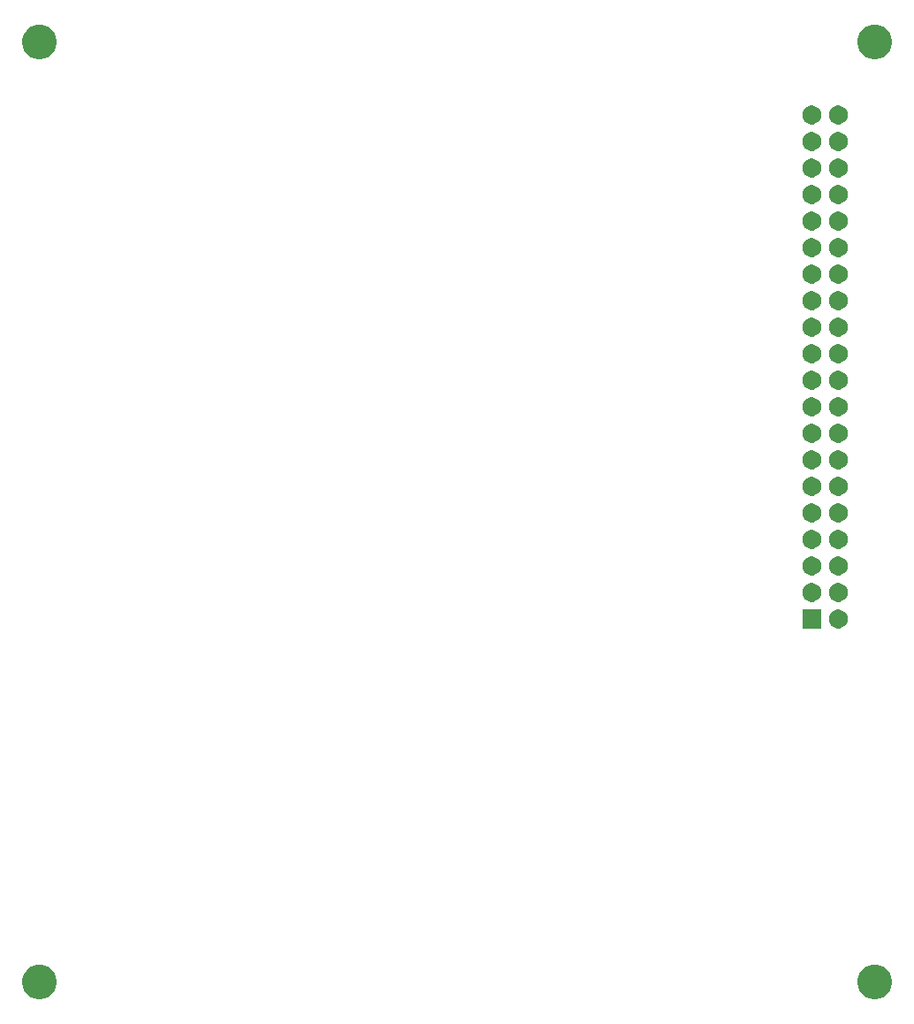
<source format=gbr>
G04 #@! TF.GenerationSoftware,KiCad,Pcbnew,(5.1.5-0-10_14)*
G04 #@! TF.CreationDate,2020-11-15T08:55:02+01:00*
G04 #@! TF.ProjectId,alu,616c752e-6b69-4636-9164-5f7063625858,2*
G04 #@! TF.SameCoordinates,Original*
G04 #@! TF.FileFunction,Soldermask,Bot*
G04 #@! TF.FilePolarity,Negative*
%FSLAX46Y46*%
G04 Gerber Fmt 4.6, Leading zero omitted, Abs format (unit mm)*
G04 Created by KiCad (PCBNEW (5.1.5-0-10_14)) date 2020-11-15 08:55:02*
%MOMM*%
%LPD*%
G04 APERTURE LIST*
%ADD10C,0.100000*%
G04 APERTURE END LIST*
D10*
G36*
X195375256Y-143391298D02*
G01*
X195481579Y-143412447D01*
X195782042Y-143536903D01*
X196052451Y-143717585D01*
X196282415Y-143947549D01*
X196463097Y-144217958D01*
X196587553Y-144518421D01*
X196651000Y-144837391D01*
X196651000Y-145162609D01*
X196587553Y-145481579D01*
X196463097Y-145782042D01*
X196282415Y-146052451D01*
X196052451Y-146282415D01*
X195782042Y-146463097D01*
X195481579Y-146587553D01*
X195375256Y-146608702D01*
X195162611Y-146651000D01*
X194837389Y-146651000D01*
X194624744Y-146608702D01*
X194518421Y-146587553D01*
X194217958Y-146463097D01*
X193947549Y-146282415D01*
X193717585Y-146052451D01*
X193536903Y-145782042D01*
X193412447Y-145481579D01*
X193349000Y-145162609D01*
X193349000Y-144837391D01*
X193412447Y-144518421D01*
X193536903Y-144217958D01*
X193717585Y-143947549D01*
X193947549Y-143717585D01*
X194217958Y-143536903D01*
X194518421Y-143412447D01*
X194624744Y-143391298D01*
X194837389Y-143349000D01*
X195162611Y-143349000D01*
X195375256Y-143391298D01*
G37*
G36*
X115375256Y-143391298D02*
G01*
X115481579Y-143412447D01*
X115782042Y-143536903D01*
X116052451Y-143717585D01*
X116282415Y-143947549D01*
X116463097Y-144217958D01*
X116587553Y-144518421D01*
X116651000Y-144837391D01*
X116651000Y-145162609D01*
X116587553Y-145481579D01*
X116463097Y-145782042D01*
X116282415Y-146052451D01*
X116052451Y-146282415D01*
X115782042Y-146463097D01*
X115481579Y-146587553D01*
X115375256Y-146608702D01*
X115162611Y-146651000D01*
X114837389Y-146651000D01*
X114624744Y-146608702D01*
X114518421Y-146587553D01*
X114217958Y-146463097D01*
X113947549Y-146282415D01*
X113717585Y-146052451D01*
X113536903Y-145782042D01*
X113412447Y-145481579D01*
X113349000Y-145162609D01*
X113349000Y-144837391D01*
X113412447Y-144518421D01*
X113536903Y-144217958D01*
X113717585Y-143947549D01*
X113947549Y-143717585D01*
X114217958Y-143536903D01*
X114518421Y-143412447D01*
X114624744Y-143391298D01*
X114837389Y-143349000D01*
X115162611Y-143349000D01*
X115375256Y-143391298D01*
G37*
G36*
X189861000Y-111161000D02*
G01*
X188059000Y-111161000D01*
X188059000Y-109359000D01*
X189861000Y-109359000D01*
X189861000Y-111161000D01*
G37*
G36*
X191613512Y-109363927D02*
G01*
X191762812Y-109393624D01*
X191926784Y-109461544D01*
X192074354Y-109560147D01*
X192199853Y-109685646D01*
X192298456Y-109833216D01*
X192366376Y-109997188D01*
X192401000Y-110171259D01*
X192401000Y-110348741D01*
X192366376Y-110522812D01*
X192298456Y-110686784D01*
X192199853Y-110834354D01*
X192074354Y-110959853D01*
X191926784Y-111058456D01*
X191762812Y-111126376D01*
X191613512Y-111156073D01*
X191588742Y-111161000D01*
X191411258Y-111161000D01*
X191386488Y-111156073D01*
X191237188Y-111126376D01*
X191073216Y-111058456D01*
X190925646Y-110959853D01*
X190800147Y-110834354D01*
X190701544Y-110686784D01*
X190633624Y-110522812D01*
X190599000Y-110348741D01*
X190599000Y-110171259D01*
X190633624Y-109997188D01*
X190701544Y-109833216D01*
X190800147Y-109685646D01*
X190925646Y-109560147D01*
X191073216Y-109461544D01*
X191237188Y-109393624D01*
X191386488Y-109363927D01*
X191411258Y-109359000D01*
X191588742Y-109359000D01*
X191613512Y-109363927D01*
G37*
G36*
X191613512Y-106823927D02*
G01*
X191762812Y-106853624D01*
X191926784Y-106921544D01*
X192074354Y-107020147D01*
X192199853Y-107145646D01*
X192298456Y-107293216D01*
X192366376Y-107457188D01*
X192401000Y-107631259D01*
X192401000Y-107808741D01*
X192366376Y-107982812D01*
X192298456Y-108146784D01*
X192199853Y-108294354D01*
X192074354Y-108419853D01*
X191926784Y-108518456D01*
X191762812Y-108586376D01*
X191613512Y-108616073D01*
X191588742Y-108621000D01*
X191411258Y-108621000D01*
X191386488Y-108616073D01*
X191237188Y-108586376D01*
X191073216Y-108518456D01*
X190925646Y-108419853D01*
X190800147Y-108294354D01*
X190701544Y-108146784D01*
X190633624Y-107982812D01*
X190599000Y-107808741D01*
X190599000Y-107631259D01*
X190633624Y-107457188D01*
X190701544Y-107293216D01*
X190800147Y-107145646D01*
X190925646Y-107020147D01*
X191073216Y-106921544D01*
X191237188Y-106853624D01*
X191386488Y-106823927D01*
X191411258Y-106819000D01*
X191588742Y-106819000D01*
X191613512Y-106823927D01*
G37*
G36*
X189073512Y-106823927D02*
G01*
X189222812Y-106853624D01*
X189386784Y-106921544D01*
X189534354Y-107020147D01*
X189659853Y-107145646D01*
X189758456Y-107293216D01*
X189826376Y-107457188D01*
X189861000Y-107631259D01*
X189861000Y-107808741D01*
X189826376Y-107982812D01*
X189758456Y-108146784D01*
X189659853Y-108294354D01*
X189534354Y-108419853D01*
X189386784Y-108518456D01*
X189222812Y-108586376D01*
X189073512Y-108616073D01*
X189048742Y-108621000D01*
X188871258Y-108621000D01*
X188846488Y-108616073D01*
X188697188Y-108586376D01*
X188533216Y-108518456D01*
X188385646Y-108419853D01*
X188260147Y-108294354D01*
X188161544Y-108146784D01*
X188093624Y-107982812D01*
X188059000Y-107808741D01*
X188059000Y-107631259D01*
X188093624Y-107457188D01*
X188161544Y-107293216D01*
X188260147Y-107145646D01*
X188385646Y-107020147D01*
X188533216Y-106921544D01*
X188697188Y-106853624D01*
X188846488Y-106823927D01*
X188871258Y-106819000D01*
X189048742Y-106819000D01*
X189073512Y-106823927D01*
G37*
G36*
X191613512Y-104283927D02*
G01*
X191762812Y-104313624D01*
X191926784Y-104381544D01*
X192074354Y-104480147D01*
X192199853Y-104605646D01*
X192298456Y-104753216D01*
X192366376Y-104917188D01*
X192401000Y-105091259D01*
X192401000Y-105268741D01*
X192366376Y-105442812D01*
X192298456Y-105606784D01*
X192199853Y-105754354D01*
X192074354Y-105879853D01*
X191926784Y-105978456D01*
X191762812Y-106046376D01*
X191613512Y-106076073D01*
X191588742Y-106081000D01*
X191411258Y-106081000D01*
X191386488Y-106076073D01*
X191237188Y-106046376D01*
X191073216Y-105978456D01*
X190925646Y-105879853D01*
X190800147Y-105754354D01*
X190701544Y-105606784D01*
X190633624Y-105442812D01*
X190599000Y-105268741D01*
X190599000Y-105091259D01*
X190633624Y-104917188D01*
X190701544Y-104753216D01*
X190800147Y-104605646D01*
X190925646Y-104480147D01*
X191073216Y-104381544D01*
X191237188Y-104313624D01*
X191386488Y-104283927D01*
X191411258Y-104279000D01*
X191588742Y-104279000D01*
X191613512Y-104283927D01*
G37*
G36*
X189073512Y-104283927D02*
G01*
X189222812Y-104313624D01*
X189386784Y-104381544D01*
X189534354Y-104480147D01*
X189659853Y-104605646D01*
X189758456Y-104753216D01*
X189826376Y-104917188D01*
X189861000Y-105091259D01*
X189861000Y-105268741D01*
X189826376Y-105442812D01*
X189758456Y-105606784D01*
X189659853Y-105754354D01*
X189534354Y-105879853D01*
X189386784Y-105978456D01*
X189222812Y-106046376D01*
X189073512Y-106076073D01*
X189048742Y-106081000D01*
X188871258Y-106081000D01*
X188846488Y-106076073D01*
X188697188Y-106046376D01*
X188533216Y-105978456D01*
X188385646Y-105879853D01*
X188260147Y-105754354D01*
X188161544Y-105606784D01*
X188093624Y-105442812D01*
X188059000Y-105268741D01*
X188059000Y-105091259D01*
X188093624Y-104917188D01*
X188161544Y-104753216D01*
X188260147Y-104605646D01*
X188385646Y-104480147D01*
X188533216Y-104381544D01*
X188697188Y-104313624D01*
X188846488Y-104283927D01*
X188871258Y-104279000D01*
X189048742Y-104279000D01*
X189073512Y-104283927D01*
G37*
G36*
X191613512Y-101743927D02*
G01*
X191762812Y-101773624D01*
X191926784Y-101841544D01*
X192074354Y-101940147D01*
X192199853Y-102065646D01*
X192298456Y-102213216D01*
X192366376Y-102377188D01*
X192401000Y-102551259D01*
X192401000Y-102728741D01*
X192366376Y-102902812D01*
X192298456Y-103066784D01*
X192199853Y-103214354D01*
X192074354Y-103339853D01*
X191926784Y-103438456D01*
X191762812Y-103506376D01*
X191613512Y-103536073D01*
X191588742Y-103541000D01*
X191411258Y-103541000D01*
X191386488Y-103536073D01*
X191237188Y-103506376D01*
X191073216Y-103438456D01*
X190925646Y-103339853D01*
X190800147Y-103214354D01*
X190701544Y-103066784D01*
X190633624Y-102902812D01*
X190599000Y-102728741D01*
X190599000Y-102551259D01*
X190633624Y-102377188D01*
X190701544Y-102213216D01*
X190800147Y-102065646D01*
X190925646Y-101940147D01*
X191073216Y-101841544D01*
X191237188Y-101773624D01*
X191386488Y-101743927D01*
X191411258Y-101739000D01*
X191588742Y-101739000D01*
X191613512Y-101743927D01*
G37*
G36*
X189073512Y-101743927D02*
G01*
X189222812Y-101773624D01*
X189386784Y-101841544D01*
X189534354Y-101940147D01*
X189659853Y-102065646D01*
X189758456Y-102213216D01*
X189826376Y-102377188D01*
X189861000Y-102551259D01*
X189861000Y-102728741D01*
X189826376Y-102902812D01*
X189758456Y-103066784D01*
X189659853Y-103214354D01*
X189534354Y-103339853D01*
X189386784Y-103438456D01*
X189222812Y-103506376D01*
X189073512Y-103536073D01*
X189048742Y-103541000D01*
X188871258Y-103541000D01*
X188846488Y-103536073D01*
X188697188Y-103506376D01*
X188533216Y-103438456D01*
X188385646Y-103339853D01*
X188260147Y-103214354D01*
X188161544Y-103066784D01*
X188093624Y-102902812D01*
X188059000Y-102728741D01*
X188059000Y-102551259D01*
X188093624Y-102377188D01*
X188161544Y-102213216D01*
X188260147Y-102065646D01*
X188385646Y-101940147D01*
X188533216Y-101841544D01*
X188697188Y-101773624D01*
X188846488Y-101743927D01*
X188871258Y-101739000D01*
X189048742Y-101739000D01*
X189073512Y-101743927D01*
G37*
G36*
X191613512Y-99203927D02*
G01*
X191762812Y-99233624D01*
X191926784Y-99301544D01*
X192074354Y-99400147D01*
X192199853Y-99525646D01*
X192298456Y-99673216D01*
X192366376Y-99837188D01*
X192401000Y-100011259D01*
X192401000Y-100188741D01*
X192366376Y-100362812D01*
X192298456Y-100526784D01*
X192199853Y-100674354D01*
X192074354Y-100799853D01*
X191926784Y-100898456D01*
X191762812Y-100966376D01*
X191613512Y-100996073D01*
X191588742Y-101001000D01*
X191411258Y-101001000D01*
X191386488Y-100996073D01*
X191237188Y-100966376D01*
X191073216Y-100898456D01*
X190925646Y-100799853D01*
X190800147Y-100674354D01*
X190701544Y-100526784D01*
X190633624Y-100362812D01*
X190599000Y-100188741D01*
X190599000Y-100011259D01*
X190633624Y-99837188D01*
X190701544Y-99673216D01*
X190800147Y-99525646D01*
X190925646Y-99400147D01*
X191073216Y-99301544D01*
X191237188Y-99233624D01*
X191386488Y-99203927D01*
X191411258Y-99199000D01*
X191588742Y-99199000D01*
X191613512Y-99203927D01*
G37*
G36*
X189073512Y-99203927D02*
G01*
X189222812Y-99233624D01*
X189386784Y-99301544D01*
X189534354Y-99400147D01*
X189659853Y-99525646D01*
X189758456Y-99673216D01*
X189826376Y-99837188D01*
X189861000Y-100011259D01*
X189861000Y-100188741D01*
X189826376Y-100362812D01*
X189758456Y-100526784D01*
X189659853Y-100674354D01*
X189534354Y-100799853D01*
X189386784Y-100898456D01*
X189222812Y-100966376D01*
X189073512Y-100996073D01*
X189048742Y-101001000D01*
X188871258Y-101001000D01*
X188846488Y-100996073D01*
X188697188Y-100966376D01*
X188533216Y-100898456D01*
X188385646Y-100799853D01*
X188260147Y-100674354D01*
X188161544Y-100526784D01*
X188093624Y-100362812D01*
X188059000Y-100188741D01*
X188059000Y-100011259D01*
X188093624Y-99837188D01*
X188161544Y-99673216D01*
X188260147Y-99525646D01*
X188385646Y-99400147D01*
X188533216Y-99301544D01*
X188697188Y-99233624D01*
X188846488Y-99203927D01*
X188871258Y-99199000D01*
X189048742Y-99199000D01*
X189073512Y-99203927D01*
G37*
G36*
X191613512Y-96663927D02*
G01*
X191762812Y-96693624D01*
X191926784Y-96761544D01*
X192074354Y-96860147D01*
X192199853Y-96985646D01*
X192298456Y-97133216D01*
X192366376Y-97297188D01*
X192401000Y-97471259D01*
X192401000Y-97648741D01*
X192366376Y-97822812D01*
X192298456Y-97986784D01*
X192199853Y-98134354D01*
X192074354Y-98259853D01*
X191926784Y-98358456D01*
X191762812Y-98426376D01*
X191613512Y-98456073D01*
X191588742Y-98461000D01*
X191411258Y-98461000D01*
X191386488Y-98456073D01*
X191237188Y-98426376D01*
X191073216Y-98358456D01*
X190925646Y-98259853D01*
X190800147Y-98134354D01*
X190701544Y-97986784D01*
X190633624Y-97822812D01*
X190599000Y-97648741D01*
X190599000Y-97471259D01*
X190633624Y-97297188D01*
X190701544Y-97133216D01*
X190800147Y-96985646D01*
X190925646Y-96860147D01*
X191073216Y-96761544D01*
X191237188Y-96693624D01*
X191386488Y-96663927D01*
X191411258Y-96659000D01*
X191588742Y-96659000D01*
X191613512Y-96663927D01*
G37*
G36*
X189073512Y-96663927D02*
G01*
X189222812Y-96693624D01*
X189386784Y-96761544D01*
X189534354Y-96860147D01*
X189659853Y-96985646D01*
X189758456Y-97133216D01*
X189826376Y-97297188D01*
X189861000Y-97471259D01*
X189861000Y-97648741D01*
X189826376Y-97822812D01*
X189758456Y-97986784D01*
X189659853Y-98134354D01*
X189534354Y-98259853D01*
X189386784Y-98358456D01*
X189222812Y-98426376D01*
X189073512Y-98456073D01*
X189048742Y-98461000D01*
X188871258Y-98461000D01*
X188846488Y-98456073D01*
X188697188Y-98426376D01*
X188533216Y-98358456D01*
X188385646Y-98259853D01*
X188260147Y-98134354D01*
X188161544Y-97986784D01*
X188093624Y-97822812D01*
X188059000Y-97648741D01*
X188059000Y-97471259D01*
X188093624Y-97297188D01*
X188161544Y-97133216D01*
X188260147Y-96985646D01*
X188385646Y-96860147D01*
X188533216Y-96761544D01*
X188697188Y-96693624D01*
X188846488Y-96663927D01*
X188871258Y-96659000D01*
X189048742Y-96659000D01*
X189073512Y-96663927D01*
G37*
G36*
X191613512Y-94123927D02*
G01*
X191762812Y-94153624D01*
X191926784Y-94221544D01*
X192074354Y-94320147D01*
X192199853Y-94445646D01*
X192298456Y-94593216D01*
X192366376Y-94757188D01*
X192401000Y-94931259D01*
X192401000Y-95108741D01*
X192366376Y-95282812D01*
X192298456Y-95446784D01*
X192199853Y-95594354D01*
X192074354Y-95719853D01*
X191926784Y-95818456D01*
X191762812Y-95886376D01*
X191613512Y-95916073D01*
X191588742Y-95921000D01*
X191411258Y-95921000D01*
X191386488Y-95916073D01*
X191237188Y-95886376D01*
X191073216Y-95818456D01*
X190925646Y-95719853D01*
X190800147Y-95594354D01*
X190701544Y-95446784D01*
X190633624Y-95282812D01*
X190599000Y-95108741D01*
X190599000Y-94931259D01*
X190633624Y-94757188D01*
X190701544Y-94593216D01*
X190800147Y-94445646D01*
X190925646Y-94320147D01*
X191073216Y-94221544D01*
X191237188Y-94153624D01*
X191386488Y-94123927D01*
X191411258Y-94119000D01*
X191588742Y-94119000D01*
X191613512Y-94123927D01*
G37*
G36*
X189073512Y-94123927D02*
G01*
X189222812Y-94153624D01*
X189386784Y-94221544D01*
X189534354Y-94320147D01*
X189659853Y-94445646D01*
X189758456Y-94593216D01*
X189826376Y-94757188D01*
X189861000Y-94931259D01*
X189861000Y-95108741D01*
X189826376Y-95282812D01*
X189758456Y-95446784D01*
X189659853Y-95594354D01*
X189534354Y-95719853D01*
X189386784Y-95818456D01*
X189222812Y-95886376D01*
X189073512Y-95916073D01*
X189048742Y-95921000D01*
X188871258Y-95921000D01*
X188846488Y-95916073D01*
X188697188Y-95886376D01*
X188533216Y-95818456D01*
X188385646Y-95719853D01*
X188260147Y-95594354D01*
X188161544Y-95446784D01*
X188093624Y-95282812D01*
X188059000Y-95108741D01*
X188059000Y-94931259D01*
X188093624Y-94757188D01*
X188161544Y-94593216D01*
X188260147Y-94445646D01*
X188385646Y-94320147D01*
X188533216Y-94221544D01*
X188697188Y-94153624D01*
X188846488Y-94123927D01*
X188871258Y-94119000D01*
X189048742Y-94119000D01*
X189073512Y-94123927D01*
G37*
G36*
X191613512Y-91583927D02*
G01*
X191762812Y-91613624D01*
X191926784Y-91681544D01*
X192074354Y-91780147D01*
X192199853Y-91905646D01*
X192298456Y-92053216D01*
X192366376Y-92217188D01*
X192401000Y-92391259D01*
X192401000Y-92568741D01*
X192366376Y-92742812D01*
X192298456Y-92906784D01*
X192199853Y-93054354D01*
X192074354Y-93179853D01*
X191926784Y-93278456D01*
X191762812Y-93346376D01*
X191613512Y-93376073D01*
X191588742Y-93381000D01*
X191411258Y-93381000D01*
X191386488Y-93376073D01*
X191237188Y-93346376D01*
X191073216Y-93278456D01*
X190925646Y-93179853D01*
X190800147Y-93054354D01*
X190701544Y-92906784D01*
X190633624Y-92742812D01*
X190599000Y-92568741D01*
X190599000Y-92391259D01*
X190633624Y-92217188D01*
X190701544Y-92053216D01*
X190800147Y-91905646D01*
X190925646Y-91780147D01*
X191073216Y-91681544D01*
X191237188Y-91613624D01*
X191386488Y-91583927D01*
X191411258Y-91579000D01*
X191588742Y-91579000D01*
X191613512Y-91583927D01*
G37*
G36*
X189073512Y-91583927D02*
G01*
X189222812Y-91613624D01*
X189386784Y-91681544D01*
X189534354Y-91780147D01*
X189659853Y-91905646D01*
X189758456Y-92053216D01*
X189826376Y-92217188D01*
X189861000Y-92391259D01*
X189861000Y-92568741D01*
X189826376Y-92742812D01*
X189758456Y-92906784D01*
X189659853Y-93054354D01*
X189534354Y-93179853D01*
X189386784Y-93278456D01*
X189222812Y-93346376D01*
X189073512Y-93376073D01*
X189048742Y-93381000D01*
X188871258Y-93381000D01*
X188846488Y-93376073D01*
X188697188Y-93346376D01*
X188533216Y-93278456D01*
X188385646Y-93179853D01*
X188260147Y-93054354D01*
X188161544Y-92906784D01*
X188093624Y-92742812D01*
X188059000Y-92568741D01*
X188059000Y-92391259D01*
X188093624Y-92217188D01*
X188161544Y-92053216D01*
X188260147Y-91905646D01*
X188385646Y-91780147D01*
X188533216Y-91681544D01*
X188697188Y-91613624D01*
X188846488Y-91583927D01*
X188871258Y-91579000D01*
X189048742Y-91579000D01*
X189073512Y-91583927D01*
G37*
G36*
X191613512Y-89043927D02*
G01*
X191762812Y-89073624D01*
X191926784Y-89141544D01*
X192074354Y-89240147D01*
X192199853Y-89365646D01*
X192298456Y-89513216D01*
X192366376Y-89677188D01*
X192401000Y-89851259D01*
X192401000Y-90028741D01*
X192366376Y-90202812D01*
X192298456Y-90366784D01*
X192199853Y-90514354D01*
X192074354Y-90639853D01*
X191926784Y-90738456D01*
X191762812Y-90806376D01*
X191613512Y-90836073D01*
X191588742Y-90841000D01*
X191411258Y-90841000D01*
X191386488Y-90836073D01*
X191237188Y-90806376D01*
X191073216Y-90738456D01*
X190925646Y-90639853D01*
X190800147Y-90514354D01*
X190701544Y-90366784D01*
X190633624Y-90202812D01*
X190599000Y-90028741D01*
X190599000Y-89851259D01*
X190633624Y-89677188D01*
X190701544Y-89513216D01*
X190800147Y-89365646D01*
X190925646Y-89240147D01*
X191073216Y-89141544D01*
X191237188Y-89073624D01*
X191386488Y-89043927D01*
X191411258Y-89039000D01*
X191588742Y-89039000D01*
X191613512Y-89043927D01*
G37*
G36*
X189073512Y-89043927D02*
G01*
X189222812Y-89073624D01*
X189386784Y-89141544D01*
X189534354Y-89240147D01*
X189659853Y-89365646D01*
X189758456Y-89513216D01*
X189826376Y-89677188D01*
X189861000Y-89851259D01*
X189861000Y-90028741D01*
X189826376Y-90202812D01*
X189758456Y-90366784D01*
X189659853Y-90514354D01*
X189534354Y-90639853D01*
X189386784Y-90738456D01*
X189222812Y-90806376D01*
X189073512Y-90836073D01*
X189048742Y-90841000D01*
X188871258Y-90841000D01*
X188846488Y-90836073D01*
X188697188Y-90806376D01*
X188533216Y-90738456D01*
X188385646Y-90639853D01*
X188260147Y-90514354D01*
X188161544Y-90366784D01*
X188093624Y-90202812D01*
X188059000Y-90028741D01*
X188059000Y-89851259D01*
X188093624Y-89677188D01*
X188161544Y-89513216D01*
X188260147Y-89365646D01*
X188385646Y-89240147D01*
X188533216Y-89141544D01*
X188697188Y-89073624D01*
X188846488Y-89043927D01*
X188871258Y-89039000D01*
X189048742Y-89039000D01*
X189073512Y-89043927D01*
G37*
G36*
X191613512Y-86503927D02*
G01*
X191762812Y-86533624D01*
X191926784Y-86601544D01*
X192074354Y-86700147D01*
X192199853Y-86825646D01*
X192298456Y-86973216D01*
X192366376Y-87137188D01*
X192401000Y-87311259D01*
X192401000Y-87488741D01*
X192366376Y-87662812D01*
X192298456Y-87826784D01*
X192199853Y-87974354D01*
X192074354Y-88099853D01*
X191926784Y-88198456D01*
X191762812Y-88266376D01*
X191613512Y-88296073D01*
X191588742Y-88301000D01*
X191411258Y-88301000D01*
X191386488Y-88296073D01*
X191237188Y-88266376D01*
X191073216Y-88198456D01*
X190925646Y-88099853D01*
X190800147Y-87974354D01*
X190701544Y-87826784D01*
X190633624Y-87662812D01*
X190599000Y-87488741D01*
X190599000Y-87311259D01*
X190633624Y-87137188D01*
X190701544Y-86973216D01*
X190800147Y-86825646D01*
X190925646Y-86700147D01*
X191073216Y-86601544D01*
X191237188Y-86533624D01*
X191386488Y-86503927D01*
X191411258Y-86499000D01*
X191588742Y-86499000D01*
X191613512Y-86503927D01*
G37*
G36*
X189073512Y-86503927D02*
G01*
X189222812Y-86533624D01*
X189386784Y-86601544D01*
X189534354Y-86700147D01*
X189659853Y-86825646D01*
X189758456Y-86973216D01*
X189826376Y-87137188D01*
X189861000Y-87311259D01*
X189861000Y-87488741D01*
X189826376Y-87662812D01*
X189758456Y-87826784D01*
X189659853Y-87974354D01*
X189534354Y-88099853D01*
X189386784Y-88198456D01*
X189222812Y-88266376D01*
X189073512Y-88296073D01*
X189048742Y-88301000D01*
X188871258Y-88301000D01*
X188846488Y-88296073D01*
X188697188Y-88266376D01*
X188533216Y-88198456D01*
X188385646Y-88099853D01*
X188260147Y-87974354D01*
X188161544Y-87826784D01*
X188093624Y-87662812D01*
X188059000Y-87488741D01*
X188059000Y-87311259D01*
X188093624Y-87137188D01*
X188161544Y-86973216D01*
X188260147Y-86825646D01*
X188385646Y-86700147D01*
X188533216Y-86601544D01*
X188697188Y-86533624D01*
X188846488Y-86503927D01*
X188871258Y-86499000D01*
X189048742Y-86499000D01*
X189073512Y-86503927D01*
G37*
G36*
X191613512Y-83963927D02*
G01*
X191762812Y-83993624D01*
X191926784Y-84061544D01*
X192074354Y-84160147D01*
X192199853Y-84285646D01*
X192298456Y-84433216D01*
X192366376Y-84597188D01*
X192401000Y-84771259D01*
X192401000Y-84948741D01*
X192366376Y-85122812D01*
X192298456Y-85286784D01*
X192199853Y-85434354D01*
X192074354Y-85559853D01*
X191926784Y-85658456D01*
X191762812Y-85726376D01*
X191613512Y-85756073D01*
X191588742Y-85761000D01*
X191411258Y-85761000D01*
X191386488Y-85756073D01*
X191237188Y-85726376D01*
X191073216Y-85658456D01*
X190925646Y-85559853D01*
X190800147Y-85434354D01*
X190701544Y-85286784D01*
X190633624Y-85122812D01*
X190599000Y-84948741D01*
X190599000Y-84771259D01*
X190633624Y-84597188D01*
X190701544Y-84433216D01*
X190800147Y-84285646D01*
X190925646Y-84160147D01*
X191073216Y-84061544D01*
X191237188Y-83993624D01*
X191386488Y-83963927D01*
X191411258Y-83959000D01*
X191588742Y-83959000D01*
X191613512Y-83963927D01*
G37*
G36*
X189073512Y-83963927D02*
G01*
X189222812Y-83993624D01*
X189386784Y-84061544D01*
X189534354Y-84160147D01*
X189659853Y-84285646D01*
X189758456Y-84433216D01*
X189826376Y-84597188D01*
X189861000Y-84771259D01*
X189861000Y-84948741D01*
X189826376Y-85122812D01*
X189758456Y-85286784D01*
X189659853Y-85434354D01*
X189534354Y-85559853D01*
X189386784Y-85658456D01*
X189222812Y-85726376D01*
X189073512Y-85756073D01*
X189048742Y-85761000D01*
X188871258Y-85761000D01*
X188846488Y-85756073D01*
X188697188Y-85726376D01*
X188533216Y-85658456D01*
X188385646Y-85559853D01*
X188260147Y-85434354D01*
X188161544Y-85286784D01*
X188093624Y-85122812D01*
X188059000Y-84948741D01*
X188059000Y-84771259D01*
X188093624Y-84597188D01*
X188161544Y-84433216D01*
X188260147Y-84285646D01*
X188385646Y-84160147D01*
X188533216Y-84061544D01*
X188697188Y-83993624D01*
X188846488Y-83963927D01*
X188871258Y-83959000D01*
X189048742Y-83959000D01*
X189073512Y-83963927D01*
G37*
G36*
X191613512Y-81423927D02*
G01*
X191762812Y-81453624D01*
X191926784Y-81521544D01*
X192074354Y-81620147D01*
X192199853Y-81745646D01*
X192298456Y-81893216D01*
X192366376Y-82057188D01*
X192401000Y-82231259D01*
X192401000Y-82408741D01*
X192366376Y-82582812D01*
X192298456Y-82746784D01*
X192199853Y-82894354D01*
X192074354Y-83019853D01*
X191926784Y-83118456D01*
X191762812Y-83186376D01*
X191613512Y-83216073D01*
X191588742Y-83221000D01*
X191411258Y-83221000D01*
X191386488Y-83216073D01*
X191237188Y-83186376D01*
X191073216Y-83118456D01*
X190925646Y-83019853D01*
X190800147Y-82894354D01*
X190701544Y-82746784D01*
X190633624Y-82582812D01*
X190599000Y-82408741D01*
X190599000Y-82231259D01*
X190633624Y-82057188D01*
X190701544Y-81893216D01*
X190800147Y-81745646D01*
X190925646Y-81620147D01*
X191073216Y-81521544D01*
X191237188Y-81453624D01*
X191386488Y-81423927D01*
X191411258Y-81419000D01*
X191588742Y-81419000D01*
X191613512Y-81423927D01*
G37*
G36*
X189073512Y-81423927D02*
G01*
X189222812Y-81453624D01*
X189386784Y-81521544D01*
X189534354Y-81620147D01*
X189659853Y-81745646D01*
X189758456Y-81893216D01*
X189826376Y-82057188D01*
X189861000Y-82231259D01*
X189861000Y-82408741D01*
X189826376Y-82582812D01*
X189758456Y-82746784D01*
X189659853Y-82894354D01*
X189534354Y-83019853D01*
X189386784Y-83118456D01*
X189222812Y-83186376D01*
X189073512Y-83216073D01*
X189048742Y-83221000D01*
X188871258Y-83221000D01*
X188846488Y-83216073D01*
X188697188Y-83186376D01*
X188533216Y-83118456D01*
X188385646Y-83019853D01*
X188260147Y-82894354D01*
X188161544Y-82746784D01*
X188093624Y-82582812D01*
X188059000Y-82408741D01*
X188059000Y-82231259D01*
X188093624Y-82057188D01*
X188161544Y-81893216D01*
X188260147Y-81745646D01*
X188385646Y-81620147D01*
X188533216Y-81521544D01*
X188697188Y-81453624D01*
X188846488Y-81423927D01*
X188871258Y-81419000D01*
X189048742Y-81419000D01*
X189073512Y-81423927D01*
G37*
G36*
X191613512Y-78883927D02*
G01*
X191762812Y-78913624D01*
X191926784Y-78981544D01*
X192074354Y-79080147D01*
X192199853Y-79205646D01*
X192298456Y-79353216D01*
X192366376Y-79517188D01*
X192401000Y-79691259D01*
X192401000Y-79868741D01*
X192366376Y-80042812D01*
X192298456Y-80206784D01*
X192199853Y-80354354D01*
X192074354Y-80479853D01*
X191926784Y-80578456D01*
X191762812Y-80646376D01*
X191613512Y-80676073D01*
X191588742Y-80681000D01*
X191411258Y-80681000D01*
X191386488Y-80676073D01*
X191237188Y-80646376D01*
X191073216Y-80578456D01*
X190925646Y-80479853D01*
X190800147Y-80354354D01*
X190701544Y-80206784D01*
X190633624Y-80042812D01*
X190599000Y-79868741D01*
X190599000Y-79691259D01*
X190633624Y-79517188D01*
X190701544Y-79353216D01*
X190800147Y-79205646D01*
X190925646Y-79080147D01*
X191073216Y-78981544D01*
X191237188Y-78913624D01*
X191386488Y-78883927D01*
X191411258Y-78879000D01*
X191588742Y-78879000D01*
X191613512Y-78883927D01*
G37*
G36*
X189073512Y-78883927D02*
G01*
X189222812Y-78913624D01*
X189386784Y-78981544D01*
X189534354Y-79080147D01*
X189659853Y-79205646D01*
X189758456Y-79353216D01*
X189826376Y-79517188D01*
X189861000Y-79691259D01*
X189861000Y-79868741D01*
X189826376Y-80042812D01*
X189758456Y-80206784D01*
X189659853Y-80354354D01*
X189534354Y-80479853D01*
X189386784Y-80578456D01*
X189222812Y-80646376D01*
X189073512Y-80676073D01*
X189048742Y-80681000D01*
X188871258Y-80681000D01*
X188846488Y-80676073D01*
X188697188Y-80646376D01*
X188533216Y-80578456D01*
X188385646Y-80479853D01*
X188260147Y-80354354D01*
X188161544Y-80206784D01*
X188093624Y-80042812D01*
X188059000Y-79868741D01*
X188059000Y-79691259D01*
X188093624Y-79517188D01*
X188161544Y-79353216D01*
X188260147Y-79205646D01*
X188385646Y-79080147D01*
X188533216Y-78981544D01*
X188697188Y-78913624D01*
X188846488Y-78883927D01*
X188871258Y-78879000D01*
X189048742Y-78879000D01*
X189073512Y-78883927D01*
G37*
G36*
X189073512Y-76343927D02*
G01*
X189222812Y-76373624D01*
X189386784Y-76441544D01*
X189534354Y-76540147D01*
X189659853Y-76665646D01*
X189758456Y-76813216D01*
X189826376Y-76977188D01*
X189861000Y-77151259D01*
X189861000Y-77328741D01*
X189826376Y-77502812D01*
X189758456Y-77666784D01*
X189659853Y-77814354D01*
X189534354Y-77939853D01*
X189386784Y-78038456D01*
X189222812Y-78106376D01*
X189073512Y-78136073D01*
X189048742Y-78141000D01*
X188871258Y-78141000D01*
X188846488Y-78136073D01*
X188697188Y-78106376D01*
X188533216Y-78038456D01*
X188385646Y-77939853D01*
X188260147Y-77814354D01*
X188161544Y-77666784D01*
X188093624Y-77502812D01*
X188059000Y-77328741D01*
X188059000Y-77151259D01*
X188093624Y-76977188D01*
X188161544Y-76813216D01*
X188260147Y-76665646D01*
X188385646Y-76540147D01*
X188533216Y-76441544D01*
X188697188Y-76373624D01*
X188846488Y-76343927D01*
X188871258Y-76339000D01*
X189048742Y-76339000D01*
X189073512Y-76343927D01*
G37*
G36*
X191613512Y-76343927D02*
G01*
X191762812Y-76373624D01*
X191926784Y-76441544D01*
X192074354Y-76540147D01*
X192199853Y-76665646D01*
X192298456Y-76813216D01*
X192366376Y-76977188D01*
X192401000Y-77151259D01*
X192401000Y-77328741D01*
X192366376Y-77502812D01*
X192298456Y-77666784D01*
X192199853Y-77814354D01*
X192074354Y-77939853D01*
X191926784Y-78038456D01*
X191762812Y-78106376D01*
X191613512Y-78136073D01*
X191588742Y-78141000D01*
X191411258Y-78141000D01*
X191386488Y-78136073D01*
X191237188Y-78106376D01*
X191073216Y-78038456D01*
X190925646Y-77939853D01*
X190800147Y-77814354D01*
X190701544Y-77666784D01*
X190633624Y-77502812D01*
X190599000Y-77328741D01*
X190599000Y-77151259D01*
X190633624Y-76977188D01*
X190701544Y-76813216D01*
X190800147Y-76665646D01*
X190925646Y-76540147D01*
X191073216Y-76441544D01*
X191237188Y-76373624D01*
X191386488Y-76343927D01*
X191411258Y-76339000D01*
X191588742Y-76339000D01*
X191613512Y-76343927D01*
G37*
G36*
X189073512Y-73803927D02*
G01*
X189222812Y-73833624D01*
X189386784Y-73901544D01*
X189534354Y-74000147D01*
X189659853Y-74125646D01*
X189758456Y-74273216D01*
X189826376Y-74437188D01*
X189861000Y-74611259D01*
X189861000Y-74788741D01*
X189826376Y-74962812D01*
X189758456Y-75126784D01*
X189659853Y-75274354D01*
X189534354Y-75399853D01*
X189386784Y-75498456D01*
X189222812Y-75566376D01*
X189073512Y-75596073D01*
X189048742Y-75601000D01*
X188871258Y-75601000D01*
X188846488Y-75596073D01*
X188697188Y-75566376D01*
X188533216Y-75498456D01*
X188385646Y-75399853D01*
X188260147Y-75274354D01*
X188161544Y-75126784D01*
X188093624Y-74962812D01*
X188059000Y-74788741D01*
X188059000Y-74611259D01*
X188093624Y-74437188D01*
X188161544Y-74273216D01*
X188260147Y-74125646D01*
X188385646Y-74000147D01*
X188533216Y-73901544D01*
X188697188Y-73833624D01*
X188846488Y-73803927D01*
X188871258Y-73799000D01*
X189048742Y-73799000D01*
X189073512Y-73803927D01*
G37*
G36*
X191613512Y-73803927D02*
G01*
X191762812Y-73833624D01*
X191926784Y-73901544D01*
X192074354Y-74000147D01*
X192199853Y-74125646D01*
X192298456Y-74273216D01*
X192366376Y-74437188D01*
X192401000Y-74611259D01*
X192401000Y-74788741D01*
X192366376Y-74962812D01*
X192298456Y-75126784D01*
X192199853Y-75274354D01*
X192074354Y-75399853D01*
X191926784Y-75498456D01*
X191762812Y-75566376D01*
X191613512Y-75596073D01*
X191588742Y-75601000D01*
X191411258Y-75601000D01*
X191386488Y-75596073D01*
X191237188Y-75566376D01*
X191073216Y-75498456D01*
X190925646Y-75399853D01*
X190800147Y-75274354D01*
X190701544Y-75126784D01*
X190633624Y-74962812D01*
X190599000Y-74788741D01*
X190599000Y-74611259D01*
X190633624Y-74437188D01*
X190701544Y-74273216D01*
X190800147Y-74125646D01*
X190925646Y-74000147D01*
X191073216Y-73901544D01*
X191237188Y-73833624D01*
X191386488Y-73803927D01*
X191411258Y-73799000D01*
X191588742Y-73799000D01*
X191613512Y-73803927D01*
G37*
G36*
X191613512Y-71263927D02*
G01*
X191762812Y-71293624D01*
X191926784Y-71361544D01*
X192074354Y-71460147D01*
X192199853Y-71585646D01*
X192298456Y-71733216D01*
X192366376Y-71897188D01*
X192401000Y-72071259D01*
X192401000Y-72248741D01*
X192366376Y-72422812D01*
X192298456Y-72586784D01*
X192199853Y-72734354D01*
X192074354Y-72859853D01*
X191926784Y-72958456D01*
X191762812Y-73026376D01*
X191613512Y-73056073D01*
X191588742Y-73061000D01*
X191411258Y-73061000D01*
X191386488Y-73056073D01*
X191237188Y-73026376D01*
X191073216Y-72958456D01*
X190925646Y-72859853D01*
X190800147Y-72734354D01*
X190701544Y-72586784D01*
X190633624Y-72422812D01*
X190599000Y-72248741D01*
X190599000Y-72071259D01*
X190633624Y-71897188D01*
X190701544Y-71733216D01*
X190800147Y-71585646D01*
X190925646Y-71460147D01*
X191073216Y-71361544D01*
X191237188Y-71293624D01*
X191386488Y-71263927D01*
X191411258Y-71259000D01*
X191588742Y-71259000D01*
X191613512Y-71263927D01*
G37*
G36*
X189073512Y-71263927D02*
G01*
X189222812Y-71293624D01*
X189386784Y-71361544D01*
X189534354Y-71460147D01*
X189659853Y-71585646D01*
X189758456Y-71733216D01*
X189826376Y-71897188D01*
X189861000Y-72071259D01*
X189861000Y-72248741D01*
X189826376Y-72422812D01*
X189758456Y-72586784D01*
X189659853Y-72734354D01*
X189534354Y-72859853D01*
X189386784Y-72958456D01*
X189222812Y-73026376D01*
X189073512Y-73056073D01*
X189048742Y-73061000D01*
X188871258Y-73061000D01*
X188846488Y-73056073D01*
X188697188Y-73026376D01*
X188533216Y-72958456D01*
X188385646Y-72859853D01*
X188260147Y-72734354D01*
X188161544Y-72586784D01*
X188093624Y-72422812D01*
X188059000Y-72248741D01*
X188059000Y-72071259D01*
X188093624Y-71897188D01*
X188161544Y-71733216D01*
X188260147Y-71585646D01*
X188385646Y-71460147D01*
X188533216Y-71361544D01*
X188697188Y-71293624D01*
X188846488Y-71263927D01*
X188871258Y-71259000D01*
X189048742Y-71259000D01*
X189073512Y-71263927D01*
G37*
G36*
X191613512Y-68723927D02*
G01*
X191762812Y-68753624D01*
X191926784Y-68821544D01*
X192074354Y-68920147D01*
X192199853Y-69045646D01*
X192298456Y-69193216D01*
X192366376Y-69357188D01*
X192401000Y-69531259D01*
X192401000Y-69708741D01*
X192366376Y-69882812D01*
X192298456Y-70046784D01*
X192199853Y-70194354D01*
X192074354Y-70319853D01*
X191926784Y-70418456D01*
X191762812Y-70486376D01*
X191613512Y-70516073D01*
X191588742Y-70521000D01*
X191411258Y-70521000D01*
X191386488Y-70516073D01*
X191237188Y-70486376D01*
X191073216Y-70418456D01*
X190925646Y-70319853D01*
X190800147Y-70194354D01*
X190701544Y-70046784D01*
X190633624Y-69882812D01*
X190599000Y-69708741D01*
X190599000Y-69531259D01*
X190633624Y-69357188D01*
X190701544Y-69193216D01*
X190800147Y-69045646D01*
X190925646Y-68920147D01*
X191073216Y-68821544D01*
X191237188Y-68753624D01*
X191386488Y-68723927D01*
X191411258Y-68719000D01*
X191588742Y-68719000D01*
X191613512Y-68723927D01*
G37*
G36*
X189073512Y-68723927D02*
G01*
X189222812Y-68753624D01*
X189386784Y-68821544D01*
X189534354Y-68920147D01*
X189659853Y-69045646D01*
X189758456Y-69193216D01*
X189826376Y-69357188D01*
X189861000Y-69531259D01*
X189861000Y-69708741D01*
X189826376Y-69882812D01*
X189758456Y-70046784D01*
X189659853Y-70194354D01*
X189534354Y-70319853D01*
X189386784Y-70418456D01*
X189222812Y-70486376D01*
X189073512Y-70516073D01*
X189048742Y-70521000D01*
X188871258Y-70521000D01*
X188846488Y-70516073D01*
X188697188Y-70486376D01*
X188533216Y-70418456D01*
X188385646Y-70319853D01*
X188260147Y-70194354D01*
X188161544Y-70046784D01*
X188093624Y-69882812D01*
X188059000Y-69708741D01*
X188059000Y-69531259D01*
X188093624Y-69357188D01*
X188161544Y-69193216D01*
X188260147Y-69045646D01*
X188385646Y-68920147D01*
X188533216Y-68821544D01*
X188697188Y-68753624D01*
X188846488Y-68723927D01*
X188871258Y-68719000D01*
X189048742Y-68719000D01*
X189073512Y-68723927D01*
G37*
G36*
X189073512Y-66183927D02*
G01*
X189222812Y-66213624D01*
X189386784Y-66281544D01*
X189534354Y-66380147D01*
X189659853Y-66505646D01*
X189758456Y-66653216D01*
X189826376Y-66817188D01*
X189861000Y-66991259D01*
X189861000Y-67168741D01*
X189826376Y-67342812D01*
X189758456Y-67506784D01*
X189659853Y-67654354D01*
X189534354Y-67779853D01*
X189386784Y-67878456D01*
X189222812Y-67946376D01*
X189073512Y-67976073D01*
X189048742Y-67981000D01*
X188871258Y-67981000D01*
X188846488Y-67976073D01*
X188697188Y-67946376D01*
X188533216Y-67878456D01*
X188385646Y-67779853D01*
X188260147Y-67654354D01*
X188161544Y-67506784D01*
X188093624Y-67342812D01*
X188059000Y-67168741D01*
X188059000Y-66991259D01*
X188093624Y-66817188D01*
X188161544Y-66653216D01*
X188260147Y-66505646D01*
X188385646Y-66380147D01*
X188533216Y-66281544D01*
X188697188Y-66213624D01*
X188846488Y-66183927D01*
X188871258Y-66179000D01*
X189048742Y-66179000D01*
X189073512Y-66183927D01*
G37*
G36*
X191613512Y-66183927D02*
G01*
X191762812Y-66213624D01*
X191926784Y-66281544D01*
X192074354Y-66380147D01*
X192199853Y-66505646D01*
X192298456Y-66653216D01*
X192366376Y-66817188D01*
X192401000Y-66991259D01*
X192401000Y-67168741D01*
X192366376Y-67342812D01*
X192298456Y-67506784D01*
X192199853Y-67654354D01*
X192074354Y-67779853D01*
X191926784Y-67878456D01*
X191762812Y-67946376D01*
X191613512Y-67976073D01*
X191588742Y-67981000D01*
X191411258Y-67981000D01*
X191386488Y-67976073D01*
X191237188Y-67946376D01*
X191073216Y-67878456D01*
X190925646Y-67779853D01*
X190800147Y-67654354D01*
X190701544Y-67506784D01*
X190633624Y-67342812D01*
X190599000Y-67168741D01*
X190599000Y-66991259D01*
X190633624Y-66817188D01*
X190701544Y-66653216D01*
X190800147Y-66505646D01*
X190925646Y-66380147D01*
X191073216Y-66281544D01*
X191237188Y-66213624D01*
X191386488Y-66183927D01*
X191411258Y-66179000D01*
X191588742Y-66179000D01*
X191613512Y-66183927D01*
G37*
G36*
X189073512Y-63643927D02*
G01*
X189222812Y-63673624D01*
X189386784Y-63741544D01*
X189534354Y-63840147D01*
X189659853Y-63965646D01*
X189758456Y-64113216D01*
X189826376Y-64277188D01*
X189861000Y-64451259D01*
X189861000Y-64628741D01*
X189826376Y-64802812D01*
X189758456Y-64966784D01*
X189659853Y-65114354D01*
X189534354Y-65239853D01*
X189386784Y-65338456D01*
X189222812Y-65406376D01*
X189073512Y-65436073D01*
X189048742Y-65441000D01*
X188871258Y-65441000D01*
X188846488Y-65436073D01*
X188697188Y-65406376D01*
X188533216Y-65338456D01*
X188385646Y-65239853D01*
X188260147Y-65114354D01*
X188161544Y-64966784D01*
X188093624Y-64802812D01*
X188059000Y-64628741D01*
X188059000Y-64451259D01*
X188093624Y-64277188D01*
X188161544Y-64113216D01*
X188260147Y-63965646D01*
X188385646Y-63840147D01*
X188533216Y-63741544D01*
X188697188Y-63673624D01*
X188846488Y-63643927D01*
X188871258Y-63639000D01*
X189048742Y-63639000D01*
X189073512Y-63643927D01*
G37*
G36*
X191613512Y-63643927D02*
G01*
X191762812Y-63673624D01*
X191926784Y-63741544D01*
X192074354Y-63840147D01*
X192199853Y-63965646D01*
X192298456Y-64113216D01*
X192366376Y-64277188D01*
X192401000Y-64451259D01*
X192401000Y-64628741D01*
X192366376Y-64802812D01*
X192298456Y-64966784D01*
X192199853Y-65114354D01*
X192074354Y-65239853D01*
X191926784Y-65338456D01*
X191762812Y-65406376D01*
X191613512Y-65436073D01*
X191588742Y-65441000D01*
X191411258Y-65441000D01*
X191386488Y-65436073D01*
X191237188Y-65406376D01*
X191073216Y-65338456D01*
X190925646Y-65239853D01*
X190800147Y-65114354D01*
X190701544Y-64966784D01*
X190633624Y-64802812D01*
X190599000Y-64628741D01*
X190599000Y-64451259D01*
X190633624Y-64277188D01*
X190701544Y-64113216D01*
X190800147Y-63965646D01*
X190925646Y-63840147D01*
X191073216Y-63741544D01*
X191237188Y-63673624D01*
X191386488Y-63643927D01*
X191411258Y-63639000D01*
X191588742Y-63639000D01*
X191613512Y-63643927D01*
G37*
G36*
X191613512Y-61103927D02*
G01*
X191762812Y-61133624D01*
X191926784Y-61201544D01*
X192074354Y-61300147D01*
X192199853Y-61425646D01*
X192298456Y-61573216D01*
X192366376Y-61737188D01*
X192401000Y-61911259D01*
X192401000Y-62088741D01*
X192366376Y-62262812D01*
X192298456Y-62426784D01*
X192199853Y-62574354D01*
X192074354Y-62699853D01*
X191926784Y-62798456D01*
X191762812Y-62866376D01*
X191613512Y-62896073D01*
X191588742Y-62901000D01*
X191411258Y-62901000D01*
X191386488Y-62896073D01*
X191237188Y-62866376D01*
X191073216Y-62798456D01*
X190925646Y-62699853D01*
X190800147Y-62574354D01*
X190701544Y-62426784D01*
X190633624Y-62262812D01*
X190599000Y-62088741D01*
X190599000Y-61911259D01*
X190633624Y-61737188D01*
X190701544Y-61573216D01*
X190800147Y-61425646D01*
X190925646Y-61300147D01*
X191073216Y-61201544D01*
X191237188Y-61133624D01*
X191386488Y-61103927D01*
X191411258Y-61099000D01*
X191588742Y-61099000D01*
X191613512Y-61103927D01*
G37*
G36*
X189073512Y-61103927D02*
G01*
X189222812Y-61133624D01*
X189386784Y-61201544D01*
X189534354Y-61300147D01*
X189659853Y-61425646D01*
X189758456Y-61573216D01*
X189826376Y-61737188D01*
X189861000Y-61911259D01*
X189861000Y-62088741D01*
X189826376Y-62262812D01*
X189758456Y-62426784D01*
X189659853Y-62574354D01*
X189534354Y-62699853D01*
X189386784Y-62798456D01*
X189222812Y-62866376D01*
X189073512Y-62896073D01*
X189048742Y-62901000D01*
X188871258Y-62901000D01*
X188846488Y-62896073D01*
X188697188Y-62866376D01*
X188533216Y-62798456D01*
X188385646Y-62699853D01*
X188260147Y-62574354D01*
X188161544Y-62426784D01*
X188093624Y-62262812D01*
X188059000Y-62088741D01*
X188059000Y-61911259D01*
X188093624Y-61737188D01*
X188161544Y-61573216D01*
X188260147Y-61425646D01*
X188385646Y-61300147D01*
X188533216Y-61201544D01*
X188697188Y-61133624D01*
X188846488Y-61103927D01*
X188871258Y-61099000D01*
X189048742Y-61099000D01*
X189073512Y-61103927D01*
G37*
G36*
X195375256Y-53391298D02*
G01*
X195481579Y-53412447D01*
X195782042Y-53536903D01*
X196052451Y-53717585D01*
X196282415Y-53947549D01*
X196463097Y-54217958D01*
X196587553Y-54518421D01*
X196651000Y-54837391D01*
X196651000Y-55162609D01*
X196587553Y-55481579D01*
X196463097Y-55782042D01*
X196282415Y-56052451D01*
X196052451Y-56282415D01*
X195782042Y-56463097D01*
X195481579Y-56587553D01*
X195375256Y-56608702D01*
X195162611Y-56651000D01*
X194837389Y-56651000D01*
X194624744Y-56608702D01*
X194518421Y-56587553D01*
X194217958Y-56463097D01*
X193947549Y-56282415D01*
X193717585Y-56052451D01*
X193536903Y-55782042D01*
X193412447Y-55481579D01*
X193349000Y-55162609D01*
X193349000Y-54837391D01*
X193412447Y-54518421D01*
X193536903Y-54217958D01*
X193717585Y-53947549D01*
X193947549Y-53717585D01*
X194217958Y-53536903D01*
X194518421Y-53412447D01*
X194624744Y-53391298D01*
X194837389Y-53349000D01*
X195162611Y-53349000D01*
X195375256Y-53391298D01*
G37*
G36*
X115375256Y-53391298D02*
G01*
X115481579Y-53412447D01*
X115782042Y-53536903D01*
X116052451Y-53717585D01*
X116282415Y-53947549D01*
X116463097Y-54217958D01*
X116587553Y-54518421D01*
X116651000Y-54837391D01*
X116651000Y-55162609D01*
X116587553Y-55481579D01*
X116463097Y-55782042D01*
X116282415Y-56052451D01*
X116052451Y-56282415D01*
X115782042Y-56463097D01*
X115481579Y-56587553D01*
X115375256Y-56608702D01*
X115162611Y-56651000D01*
X114837389Y-56651000D01*
X114624744Y-56608702D01*
X114518421Y-56587553D01*
X114217958Y-56463097D01*
X113947549Y-56282415D01*
X113717585Y-56052451D01*
X113536903Y-55782042D01*
X113412447Y-55481579D01*
X113349000Y-55162609D01*
X113349000Y-54837391D01*
X113412447Y-54518421D01*
X113536903Y-54217958D01*
X113717585Y-53947549D01*
X113947549Y-53717585D01*
X114217958Y-53536903D01*
X114518421Y-53412447D01*
X114624744Y-53391298D01*
X114837389Y-53349000D01*
X115162611Y-53349000D01*
X115375256Y-53391298D01*
G37*
M02*

</source>
